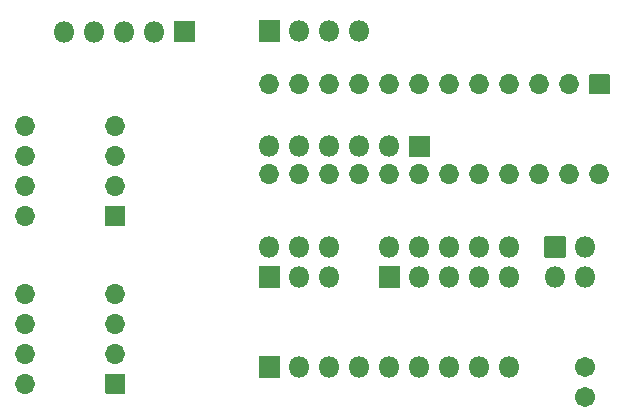
<source format=gbs>
G04 #@! TF.GenerationSoftware,KiCad,Pcbnew,(5.1.9)-1*
G04 #@! TF.CreationDate,2023-04-19T20:39:15+01:00*
G04 #@! TF.ProjectId,Memory Decoder,4d656d6f-7279-4204-9465-636f6465722e,Rev001*
G04 #@! TF.SameCoordinates,Original*
G04 #@! TF.FileFunction,Soldermask,Bot*
G04 #@! TF.FilePolarity,Negative*
%FSLAX46Y46*%
G04 Gerber Fmt 4.6, Leading zero omitted, Abs format (unit mm)*
G04 Created by KiCad (PCBNEW (5.1.9)-1) date 2023-04-19 20:39:15*
%MOMM*%
%LPD*%
G01*
G04 APERTURE LIST*
%ADD10C,1.702000*%
%ADD11O,1.802000X1.802000*%
%ADD12O,1.702000X1.702000*%
G04 APERTURE END LIST*
D10*
X147315000Y-105255000D03*
X147315000Y-107755000D03*
G36*
G01*
X119730000Y-96694000D02*
X121430000Y-96694000D01*
G75*
G02*
X121481000Y-96745000I0J-51000D01*
G01*
X121481000Y-98445000D01*
G75*
G02*
X121430000Y-98496000I-51000J0D01*
G01*
X119730000Y-98496000D01*
G75*
G02*
X119679000Y-98445000I0J51000D01*
G01*
X119679000Y-96745000D01*
G75*
G02*
X119730000Y-96694000I51000J0D01*
G01*
G37*
D11*
X120580000Y-95055000D03*
X123120000Y-97595000D03*
X123120000Y-95055000D03*
X125660000Y-97595000D03*
X125660000Y-95055000D03*
G36*
G01*
X147720000Y-80424000D02*
X149320000Y-80424000D01*
G75*
G02*
X149371000Y-80475000I0J-51000D01*
G01*
X149371000Y-82075000D01*
G75*
G02*
X149320000Y-82126000I-51000J0D01*
G01*
X147720000Y-82126000D01*
G75*
G02*
X147669000Y-82075000I0J51000D01*
G01*
X147669000Y-80475000D01*
G75*
G02*
X147720000Y-80424000I51000J0D01*
G01*
G37*
D12*
X120580000Y-88895000D03*
X145980000Y-81275000D03*
X123120000Y-88895000D03*
X143440000Y-81275000D03*
X125660000Y-88895000D03*
X140900000Y-81275000D03*
X128200000Y-88895000D03*
X138360000Y-81275000D03*
X130740000Y-88895000D03*
X135820000Y-81275000D03*
X133280000Y-88895000D03*
X133280000Y-81275000D03*
X135820000Y-88895000D03*
X130740000Y-81275000D03*
X138360000Y-88895000D03*
X128200000Y-81275000D03*
X140900000Y-88895000D03*
X125660000Y-81275000D03*
X143440000Y-88895000D03*
X123120000Y-81275000D03*
X145980000Y-88895000D03*
X120580000Y-81275000D03*
X148520000Y-88895000D03*
G36*
G01*
X119730000Y-104314000D02*
X121430000Y-104314000D01*
G75*
G02*
X121481000Y-104365000I0J-51000D01*
G01*
X121481000Y-106065000D01*
G75*
G02*
X121430000Y-106116000I-51000J0D01*
G01*
X119730000Y-106116000D01*
G75*
G02*
X119679000Y-106065000I0J51000D01*
G01*
X119679000Y-104365000D01*
G75*
G02*
X119730000Y-104314000I51000J0D01*
G01*
G37*
D11*
X123120000Y-105215000D03*
X125660000Y-105215000D03*
X128200000Y-105215000D03*
X130740000Y-105215000D03*
X133280000Y-105215000D03*
X135820000Y-105215000D03*
X138360000Y-105215000D03*
X140900000Y-105215000D03*
G36*
G01*
X108366000Y-91650000D02*
X108366000Y-93250000D01*
G75*
G02*
X108315000Y-93301000I-51000J0D01*
G01*
X106715000Y-93301000D01*
G75*
G02*
X106664000Y-93250000I0J51000D01*
G01*
X106664000Y-91650000D01*
G75*
G02*
X106715000Y-91599000I51000J0D01*
G01*
X108315000Y-91599000D01*
G75*
G02*
X108366000Y-91650000I0J-51000D01*
G01*
G37*
D12*
X99895000Y-84830000D03*
X107515000Y-89910000D03*
X99895000Y-87370000D03*
X107515000Y-87370000D03*
X99895000Y-89910000D03*
X107515000Y-84830000D03*
X99895000Y-92450000D03*
G36*
G01*
X108366000Y-105825000D02*
X108366000Y-107425000D01*
G75*
G02*
X108315000Y-107476000I-51000J0D01*
G01*
X106715000Y-107476000D01*
G75*
G02*
X106664000Y-107425000I0J51000D01*
G01*
X106664000Y-105825000D01*
G75*
G02*
X106715000Y-105774000I51000J0D01*
G01*
X108315000Y-105774000D01*
G75*
G02*
X108366000Y-105825000I0J-51000D01*
G01*
G37*
X99895000Y-99005000D03*
X107515000Y-104085000D03*
X99895000Y-101545000D03*
X107515000Y-101545000D03*
X99895000Y-104085000D03*
X107515000Y-99005000D03*
X99895000Y-106625000D03*
G36*
G01*
X112515000Y-75924000D02*
X114215000Y-75924000D01*
G75*
G02*
X114266000Y-75975000I0J-51000D01*
G01*
X114266000Y-77675000D01*
G75*
G02*
X114215000Y-77726000I-51000J0D01*
G01*
X112515000Y-77726000D01*
G75*
G02*
X112464000Y-77675000I0J51000D01*
G01*
X112464000Y-75975000D01*
G75*
G02*
X112515000Y-75924000I51000J0D01*
G01*
G37*
D11*
X110825000Y-76825000D03*
X108285000Y-76825000D03*
X105745000Y-76825000D03*
X103205000Y-76825000D03*
G36*
G01*
X121430000Y-77676000D02*
X119730000Y-77676000D01*
G75*
G02*
X119679000Y-77625000I0J51000D01*
G01*
X119679000Y-75925000D01*
G75*
G02*
X119730000Y-75874000I51000J0D01*
G01*
X121430000Y-75874000D01*
G75*
G02*
X121481000Y-75925000I0J-51000D01*
G01*
X121481000Y-77625000D01*
G75*
G02*
X121430000Y-77676000I-51000J0D01*
G01*
G37*
X123120000Y-76775000D03*
X125660000Y-76775000D03*
X128200000Y-76775000D03*
G36*
G01*
X134130000Y-87436000D02*
X132430000Y-87436000D01*
G75*
G02*
X132379000Y-87385000I0J51000D01*
G01*
X132379000Y-85685000D01*
G75*
G02*
X132430000Y-85634000I51000J0D01*
G01*
X134130000Y-85634000D01*
G75*
G02*
X134181000Y-85685000I0J-51000D01*
G01*
X134181000Y-87385000D01*
G75*
G02*
X134130000Y-87436000I-51000J0D01*
G01*
G37*
X130740000Y-86535000D03*
X128200000Y-86535000D03*
X125660000Y-86535000D03*
X123120000Y-86535000D03*
X120580000Y-86535000D03*
G36*
G01*
X129890000Y-96694000D02*
X131590000Y-96694000D01*
G75*
G02*
X131641000Y-96745000I0J-51000D01*
G01*
X131641000Y-98445000D01*
G75*
G02*
X131590000Y-98496000I-51000J0D01*
G01*
X129890000Y-98496000D01*
G75*
G02*
X129839000Y-98445000I0J51000D01*
G01*
X129839000Y-96745000D01*
G75*
G02*
X129890000Y-96694000I51000J0D01*
G01*
G37*
X130740000Y-95055000D03*
X133280000Y-97595000D03*
X133280000Y-95055000D03*
X135820000Y-97595000D03*
X135820000Y-95055000D03*
X138360000Y-97595000D03*
X138360000Y-95055000D03*
X140900000Y-97595000D03*
X140900000Y-95055000D03*
G36*
G01*
X143895000Y-94154000D02*
X145595000Y-94154000D01*
G75*
G02*
X145646000Y-94205000I0J-51000D01*
G01*
X145646000Y-95905000D01*
G75*
G02*
X145595000Y-95956000I-51000J0D01*
G01*
X143895000Y-95956000D01*
G75*
G02*
X143844000Y-95905000I0J51000D01*
G01*
X143844000Y-94205000D01*
G75*
G02*
X143895000Y-94154000I51000J0D01*
G01*
G37*
X144745000Y-97595000D03*
X147285000Y-95055000D03*
X147285000Y-97595000D03*
M02*

</source>
